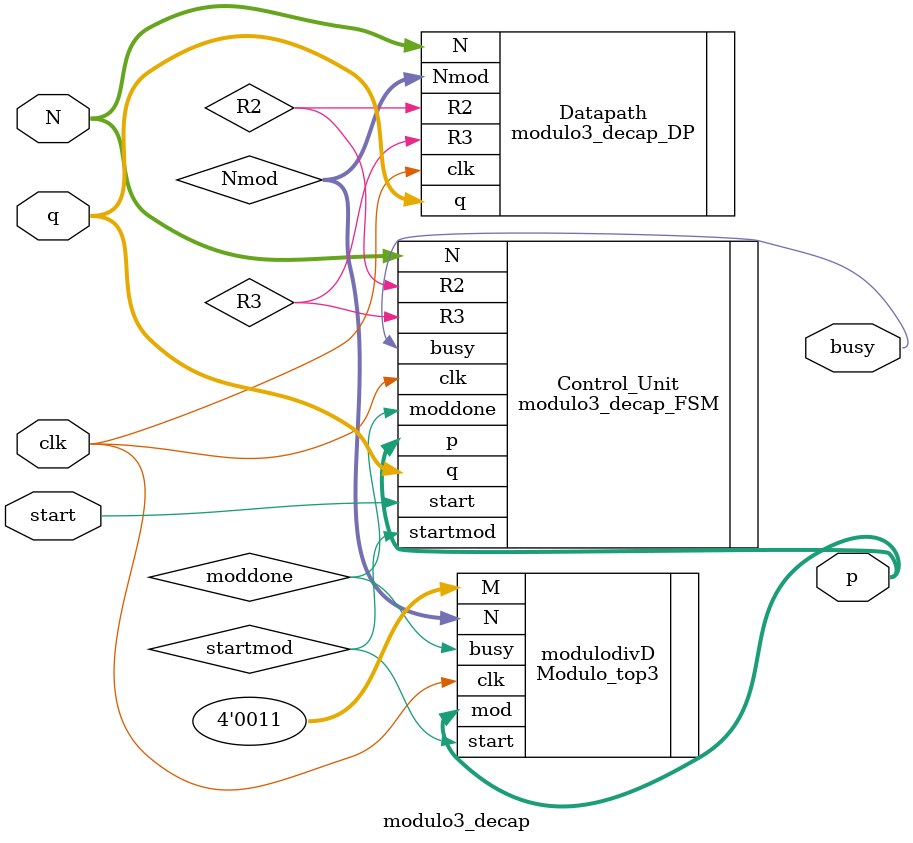
<source format=v>
`timescale 1ns / 1ps


module modulo3_decap(
    input clk,
    input [12:0]N,
    input [12:0]q,
    input start,
    output busy,
    output [12:0]p
    );
    
    wire R2, R3;
    wire [12:0] Nmod;
    wire startmod, moddone;
    
    modulo3_decap_DP Datapath (
        .clk(clk),
        .N(N),
        .q(q),
        .Nmod(Nmod),
        .R2(R2),
        .R3(R3)
        );

    modulo3_decap_FSM Control_Unit (
            .clk(clk),
            .start(start),
            .busy(busy),
            .startmod(startmod),
            .moddone(moddone),
            .p(p),
            .N(N),
            .q(q),
            .R2(R2),
            .R3(R3)
            );
            
     Modulo_top3 modulodivD(
    .clk(clk),
    .N(Nmod),
    .M(4'd3),
    .start(startmod),
    .busy(moddone),
    .mod(p)    
    );
    
endmodule
</source>
